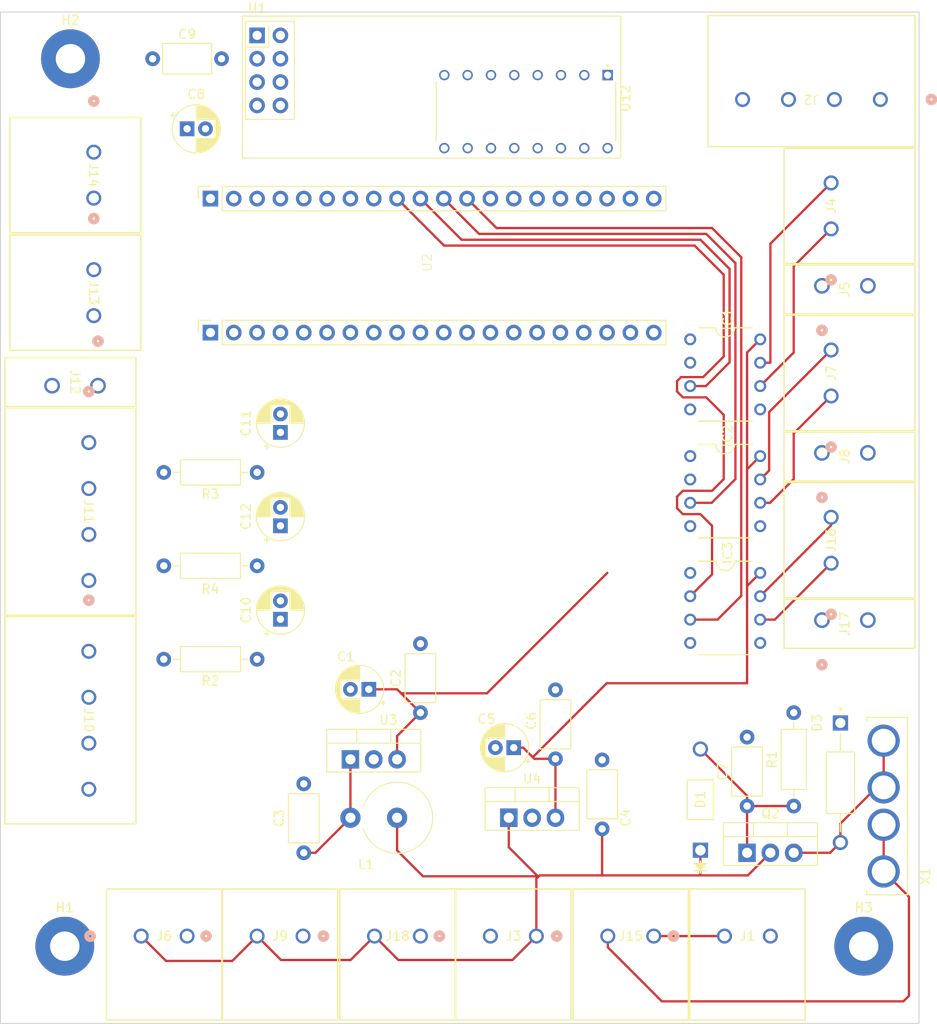
<source format=kicad_pcb>
(kicad_pcb (version 20221018) (generator pcbnew)
  (layers (0 "F.Cu" signal) (31 "B.Cu" signal) (34 "B.Paste" user) (35 "F.Paste" user) (36 "B.SilkS" user "B.Silkscreen") (37 "F.SilkS" user "F.Silkscreen") (38 "B.Mask" user) (39 "F.Mask" user) (44 "Edge.Cuts" user))
  (net 0 "")
  (net 1 "VCC")
  (net 2 "GND")
  (net 3 "Net-(U3-IN)")
  (net 4 "+24V")
  (net 5 "+5V")
  (net 6 "Net-(Q2-G)")
  (net 7 "Net-(Q2-S)")
  (net 8 "PA10")
  (net 9 "PA15")
  (net 10 "PB3")
  (net 11 "PB5")
  (net 12 "PB4")
  (net 13 "PA9")
  (net 14 "Net-(J10-Pad2)")
  (net 15 "Net-(J11-Pad1)")
  (net 16 "Net-(J11-Pad4)")
  (net 23 "DISK_PWM")
  (net 24 "WHEEL_LEFT_PWM")
  (net 25 "WHEEL_RIGHT_PWM")
  (net 26 "HAND_END_LEFT")
  (net 27 "HAND_END_RIGHT")
  (net 28 "OPT_END_WHEEL_LEFT")
  (net 29 "OPT_END_WHEEL_RIGHT")
  (net 30 "OPT_END_DISK")
  (net 31 "DISK_DIR")
  (net 32 "Net-(IC1-VOUT+)")
  (net 33 "Net-(IC1-VOUT-)")
  (net 34 "WHEEL_LEFT_DIR")
  (net 35 "Net-(IC2-VOUT+)")
  (net 36 "Net-(IC2-VOUT-)")
  (net 37 "WHEEL_RIGHT_DIR")
  (net 38 "Net-(IC3-VOUT+)")
  (net 39 "Net-(IC3-VOUT-)")
  (net 40 "Net-(J1-Pad1)")
  (net 41 "Net-(U12-E)")
  (net 42 "Net-(U12-F)")
  (net 43 "+3.3V")
  (net 44 "HAND_PWM")
  (net 45 "HAND_DIR")
  (net 52 "Net-(J15-Pad1)")
  (footprint "236-102:CONN_236-102_WAG" (layer "F.Cu") (at 27.94 100.5)
    (fp_text reference "J9" (at 2.5 0 unlocked) (layer "F.SilkS"))
    (fp_text value "236-102")
    (pad "1" thru_hole circle (at 0 0) (size 1.6256 1.6256) (drill 1.1176) (layers "*.Cu" "*.Mask") (net 4 "+24V"))
    (pad "2" thru_hole circle (at 5 0) (size 1.6256 1.6256) (drill 1.1176) (layers "*.Cu" "*.Mask") (net 2 "GND"))
  )
  (footprint "236-102:CONN_236-102_WAG" (layer "F.Cu") (at 90.430001 41.758301 90)
    (fp_text reference "J7" (at 2.5 0 90 unlocked) (layer "F.SilkS"))
    (fp_text value "236-102")
    (pad "1" thru_hole circle (at 0 0 90) (size 1.6256 1.6256) (drill 1.1176) (layers "*.Cu" "*.Mask") (net 36 "Net-(IC2-VOUT-)"))
    (pad "2" thru_hole circle (at 5 0 90) (size 1.6256 1.6256) (drill 1.1176) (layers "*.Cu" "*.Mask") (net 35 "Net-(IC2-VOUT+)"))
  )
  (footprint "HCPL-2531:DIL08" (layer "F.Cu") (at 78.9 64.81 -90)
    (fp_text reference "IC3" (at -5.982735 -0.254605 90) (layer "F.SilkS") (effects (font (size 1.002307 1.002307))))
    (fp_text value "HCPL-2531")
    (pad "1" thru_hole circle (at -3.81 3.81 270) (size 1.3 1.3) (drill 0.8128) (layers "*.Cu" "*.Mask") (net 1 "VCC"))
    (pad "2" thru_hole circle (at -1.27 3.81 270) (size 1.3 1.3) (drill 0.8128) (layers "*.Cu" "*.Mask") (net 25 "WHEEL_RIGHT_PWM"))
    (pad "3" thru_hole circle (at 1.27 3.81 270) (size 1.3 1.3) (drill 0.8128) (layers "*.Cu" "*.Mask") (net 37 "WHEEL_RIGHT_DIR"))
    (pad "4" thru_hole circle (at 3.81 3.81 270) (size 1.3 1.3) (drill 0.8128) (layers "*.Cu" "*.Mask") (net 2 "GND"))
    (pad "5" thru_hole circle (at 3.81 -3.81 270) (size 1.3 1.3) (drill 0.8128) (layers "*.Cu" "*.Mask") (net 2 "GND"))
    (pad "6" thru_hole circle (at 1.27 -3.81 270) (size 1.3 1.3) (drill 0.8128) (layers "*.Cu" "*.Mask") (net 39 "Net-(IC3-VOUT-)"))
    (pad "7" thru_hole circle (at -1.27 -3.81 270) (size 1.3 1.3) (drill 0.8128) (layers "*.Cu" "*.Mask") (net 38 "Net-(IC3-VOUT+)"))
    (pad "8" thru_hole circle (at -3.81 -3.81 270) (size 1.3 1.3) (drill 0.8128) (layers "*.Cu" "*.Mask") (net 5 "+5V"))
  )
  (footprint "BZX85C10-TAP:DO-41_VIS" (layer "F.Cu") (at 76.2 91.1606 90)
    (fp_text reference "D1" (at 5.4991 0 90 unlocked) (layer "F.SilkS"))
    (fp_text value "BZX85C10-TAP")
    (pad "1" thru_hole rect (at 0 0 90) (size 1.651 1.651) (drill 1.143) (layers "*.Cu" "*.Mask") (net 4 "+24V"))
    (pad "2" thru_hole circle (at 10.9982 0 90) (size 1.651 1.651) (drill 1.143) (layers "*.Cu" "*.Mask") (net 6 "Net-(Q2-G)"))
  )
  (footprint "236-102:CONN_236-102_WAG" (layer "F.Cu") (at 90.430001 59.948301 90)
    (fp_text reference "J16" (at 2.5 0 90 unlocked) (layer "F.SilkS"))
    (fp_text value "236-102")
    (pad "1" thru_hole circle (at 0 0 90) (size 1.6256 1.6256) (drill 1.1176) (layers "*.Cu" "*.Mask") (net 39 "Net-(IC3-VOUT-)"))
    (pad "2" thru_hole circle (at 5 0 90) (size 1.6256 1.6256) (drill 1.1176) (layers "*.Cu" "*.Mask") (net 38 "Net-(IC3-VOUT+)"))
  )
  (footprint "236-104:CONN_236-104_WAG" (layer "F.Cu") (at 9.62 46.823599 -90)
    (fp_text reference "J11" (at 7.5 0 -90 unlocked) (layer "F.SilkS"))
    (fp_text value "236-104")
    (pad "1" thru_hole circle (at 0 0 270) (size 1.6256 1.6256) (drill 1.1176) (layers "*.Cu" "*.Mask") (net 15 "Net-(J11-Pad1)"))
    (pad "2" thru_hole circle (at 5 0 270) (size 1.6256 1.6256) (drill 1.1176) (layers "*.Cu" "*.Mask") (net 2 "GND"))
    (pad "3" thru_hole circle (at 10 0 270) (size 1.6256 1.6256) (drill 1.1176) (layers "*.Cu" "*.Mask") (net 1 "VCC"))
    (pad "4" thru_hole circle (at 15.000001 0 270) (size 1.6256 1.6256) (drill 1.1176) (layers "*.Cu" "*.Mask") (net 16 "Net-(J11-Pad4)"))
  )
  (footprint "Package_TO_SOT_THT:TO-220-3_Vertical" (layer "F.Cu") (at 55.34 87.63)
    (fp_text reference "U4" (at 2.54 -4.27) (layer "F.SilkS"))
    (fp_text value "L7805")
    (pad "1" thru_hole rect (at 0 0) (size 1.905 2) (drill 1.1) (layers "*.Cu" "*.Mask") (net 4 "+24V"))
    (pad "2" thru_hole oval (at 2.54 0) (size 1.905 2) (drill 1.1) (layers "*.Cu" "*.Mask") (net 2 "GND"))
    (pad "3" thru_hole oval (at 5.08 0) (size 1.905 2) (drill 1.1) (layers "*.Cu" "*.Mask") (net 5 "+5V"))
  )
  (footprint "Capacitor_THT:C_Axial_L5.1mm_D3.1mm_P7.50mm_Horizontal" (layer "F.Cu") (at 60.42 81.22 90)
    (fp_text reference "C6" (at 4.12 -2.62 90) (layer "F.SilkS"))
    (fp_text value "100nF")
    (pad "1" thru_hole circle (at 0 0 90) (size 1.6 1.6) (drill 0.8) (layers "*.Cu" "*.Mask") (net 5 "+5V"))
    (pad "2" thru_hole oval (at 7.5 0 90) (size 1.6 1.6) (drill 0.8) (layers "*.Cu" "*.Mask") (net 2 "GND"))
  )
  (footprint "236-744:236-744_WAG" (layer "F.Cu") (at 89.43 66.1383 90)
    (fp_text reference "J17" (at -0.4 2.5 90 unlocked) (layer "F.SilkS"))
    (fp_text value "236-744")
    (pad "1" thru_hole circle (at -0.000001 0 90) (size 1.7018 1.7018) (drill 1.1938) (layers "*.Cu" "*.Mask") (net 2 "GND"))
    (pad "2" thru_hole circle (at -0.000001 5 90) (size 1.7018 1.7018) (drill 1.1938) (layers "*.Cu" "*.Mask") (net 2 "GND"))
  )
  (footprint "P6KE27CA:DIOAD1300W80L670D310" (layer "F.Cu") (at 91.44 83.82 -90)
    (fp_text reference "D3" (at -6.5 2.54 90) (layer "F.SilkS"))
    (fp_text value "P6KE27CA")
    (pad "A" thru_hole circle (at 6.5 0 270) (size 1.65 1.65) (drill 1.1) (layers "*.Cu" "*.Mask") (net 7 "Net-(Q2-S)"))
    (pad "C" thru_hole rect (at -6.5 0 270) (size 1.65 1.65) (drill 1.1) (layers "*.Cu" "*.Mask") (net 2 "GND"))
  )
  (footprint "Capacitor_THT:C_Axial_L5.1mm_D3.1mm_P7.50mm_Horizontal" (layer "F.Cu") (at 16.57 5.08)
    (fp_text reference "C9" (at 3.75 -2.67) (layer "F.SilkS"))
    (fp_text value "100nF")
    (pad "1" thru_hole circle (at 0 0) (size 1.6 1.6) (drill 0.8) (layers "*.Cu" "*.Mask") (net 43 "+3.3V"))
    (pad "2" thru_hole oval (at 7.5 0) (size 1.6 1.6) (drill 0.8) (layers "*.Cu" "*.Mask") (net 2 "GND"))
  )
  (footprint "Library:STM32F103C8T6_pinout" (layer "F.Cu") (at 46.46 27.245 90)
    (fp_text reference "U2" (at 0 0 90 unlocked) (layer "F.SilkS") (effects (font (thickness 0.1))))
    (fp_text value "STM32F103C8T6")
    (pad "1" thru_hole oval (at 6.955 24.66 90) (size 1.7 1.7) (drill 1) (layers "*.Cu" "*.Mask"))
    (pad "2" thru_hole oval (at 6.955 22.12 90) (size 1.7 1.7) (drill 1) (layers "*.Cu" "*.Mask"))
    (pad "3" thru_hole oval (at 6.955 19.58 90) (size 1.7 1.7) (drill 1) (layers "*.Cu" "*.Mask"))
    (pad "3v" thru_hole oval (at -7.62 24.66 90) (size 1.7 1.7) (drill 1) (layers "*.Cu" "*.Mask") (net 43 "+3.3V"))
    (pad "3v" thru_hole oval (at 6.955 -18.52 90) (size 1.7 1.7) (drill 1) (layers "*.Cu" "*.Mask") (net 43 "+3.3V"))
    (pad "4" thru_hole oval (at 6.955 17.04 90) (size 1.7 1.7) (drill 1) (layers "*.Cu" "*.Mask"))
    (pad "5v" thru_hole oval (at -7.62 19.58 90) (size 1.7 1.7) (drill 1) (layers "*.Cu" "*.Mask") (net 1 "VCC"))
    (pad "7" thru_hole oval (at 6.955 -15.98 90) (size 1.7 1.7) (drill 1) (layers "*.Cu" "*.Mask"))
    (pad "10" thru_hole oval (at 6.955 14.5 90) (size 1.7 1.7) (drill 1) (layers "*.Cu" "*.Mask"))
    (pad "11" thru_hole oval (at 6.955 11.96 90) (size 1.7 1.7) (drill 1) (layers "*.Cu" "*.Mask") (net 44 "HAND_PWM"))
    (pad "12" thru_hole oval (at 6.955 9.42 90) (size 1.7 1.7) (drill 1) (layers "*.Cu" "*.Mask") (net 45 "HAND_DIR"))
    (pad "13" thru_hole oval (at 6.955 6.88 90) (size 1.7 1.7) (drill 1) (layers "*.Cu" "*.Mask"))
    (pad "14" thru_hole oval (at 6.955 4.34 90) (size 1.7 1.7) (drill 1) (layers "*.Cu" "*.Mask") (net 37 "WHEEL_RIGHT_DIR"))
    (pad "15" thru_hole oval (at 6.955 1.8 90) (size 1.7 1.7) (drill 1) (layers "*.Cu" "*.Mask") (net 34 "WHEEL_LEFT_DIR"))
    (pad "16" thru_hole oval (at 6.955 -0.74 90) (size 1.7 1.7) (drill 1) (layers "*.Cu" "*.Mask") (net 31 "DISK_DIR"))
    (pad "17" thru_hole oval (at 6.955 -3.28 90) (size 1.7 1.7) (drill 1) (layers "*.Cu" "*.Mask") (net 25 "WHEEL_RIGHT_PWM"))
    (pad "18" thru_hole oval (at 6.955 -5.82 90) (size 1.7 1.7) (drill 1) (layers "*.Cu" "*.Mask") (net 24 "WHEEL_LEFT_PWM"))
    (pad "19" thru_hole oval (at 6.955 -8.36 90) (size 1.7 1.7) (drill 1) (layers "*.Cu" "*.Mask") (net 23 "DISK_PWM"))
    (pad "21" thru_hole oval (at 6.955 -10.9 90) (size 1.7 1.7) (drill 1) (layers "*.Cu" "*.Mask"))
    (pad "22" thru_hole oval (at 6.955 -13.44 90) (size 1.7 1.7) (drill 1) (layers "*.Cu" "*.Mask"))
    (pad "25" thru_hole rect (at -7.62 -23.6 90) (size 1.7 1.7) (drill 1) (layers "*.Cu" "*.Mask"))
    (pad "26" thru_hole oval (at -7.62 -21.06 90) (size 1.7 1.7) (drill 1) (layers "*.Cu" "*.Mask"))
    (pad "27" thru_hole oval (at -7.62 -18.52 90) (size 1.7 1.7) (drill 1) (layers "*.Cu" "*.Mask"))
    (pad "28" thru_hole oval (at -7.62 -15.98 90) (size 1.7 1.7) (drill 1) (layers "*.Cu" "*.Mask") (net 27 "HAND_END_RIGHT"))
    (pad "29" thru_hole oval (at -7.62 -13.44 90) (size 1.7 1.7) (drill 1) (layers "*.Cu" "*.Mask") (net 26 "HAND_END_LEFT"))
    (pad "30" thru_hole oval (at -7.62 -10.9 90) (size 1.7 1.7) (drill 1) (layers "*.Cu" "*.Mask") (net 13 "PA9"))
    (pad "31" thru_hole oval (at -7.62 -8.36 90) (size 1.7 1.7) (drill 1) (layers "*.Cu" "*.Mask") (net 8 "PA10"))
    (pad "32" thru_hole oval (at -7.62 -5.82 90) (size 1.7 1.7) (drill 1) (layers "*.Cu" "*.Mask"))
    (pad "33" thru_hole oval (at -7.62 -3.28 90) (size 1.7 1.7) (drill 1) (layers "*.Cu" "*.Mask"))
    (pad "38" thru_hole oval (at -7.62 -0.74 90) (size 1.7 1.7) (drill 1) (layers "*.Cu" "*.Mask") (net 9 "PA15"))
    (pad "39" thru_hole oval (at -7.62 1.8 90) (size 1.7 1.7) (drill 1) (layers "*.Cu" "*.Mask") (net 10 "PB3"))
    (pad "40" thru_hole oval (at -7.62 4.34 90) (size 1.7 1.7) (drill 1) (layers "*.Cu" "*.Mask") (net 12 "PB4"))
    (pad "41" thru_hole oval (at -7.62 6.88 90) (size 1.7 1.7) (drill 1) (layers "*.Cu" "*.Mask") (net 11 "PB5"))
    (pad "42" thru_hole oval (at -7.62 9.42 90) (size 1.7 1.7) (drill 1) (layers "*.Cu" "*.Mask"))
    (pad "43" thru_hole oval (at -7.62 11.96 90) (size 1.7 1.7) (drill 1) (layers "*.Cu" "*.Mask") (net 29 "OPT_END_WHEEL_RIGHT"))
    (pad "45" thru_hole oval (at -7.62 14.5 90) (size 1.7 1.7) (drill 1) (layers "*.Cu" "*.Mask") (net 28 "OPT_END_WHEEL_LEFT"))
    (pad "46" thru_hole oval (at -7.62 17.04 90) (size 1.7 1.7) (drill 1) (layers "*.Cu" "*.Mask") (net 30 "OPT_END_DISK"))
    (pad "G" thru_hole oval (at -7.62 22.12 90) (size 1.7 1.7) (drill 1) (layers "*.Cu" "*.Mask") (net 2 "GND"))
    (pad "G" thru_hole rect (at 6.955 -23.6 90) (size 1.7 1.7) (drill 1) (layers "*.Cu" "*.Mask") (net 2 "GND"))
    (pad "G" thru_hole oval (at 6.955 -21.06 90) (size 1.7 1.7) (drill 1) (layers "*.Cu" "*.Mask") (net 2 "GND"))
  )
  (footprint "Capacitor_THT:CP_Radial_D5.0mm_P2.00mm" (layer "F.Cu") (at 30.48 55.88 90)
    (fp_text reference "C12" (at 1 -3.75 90) (layer "F.SilkS"))
    (fp_text value "100uF")
    (pad "1" thru_hole rect (at 0 0 90) (size 1.6 1.6) (drill 0.8) (layers "*.Cu" "*.Mask") (net 28 "OPT_END_WHEEL_LEFT"))
    (pad "2" thru_hole circle (at 2 0 90) (size 1.6 1.6) (drill 0.8) (layers "*.Cu" "*.Mask") (net 2 "GND"))
  )
  (footprint "HCPL-2531:DIL08" (layer "F.Cu") (at 78.9 39.41 -90)
    (fp_text reference "IC1" (at -5.982735 -0.254605 90) (layer "F.SilkS") (effects (font (size 1.002307 1.002307))))
    (fp_text value "HCPL-2531")
    (pad "1" thru_hole circle (at -3.81 3.81 270) (size 1.3 1.3) (drill 0.8128) (layers "*.Cu" "*.Mask") (net 1 "VCC"))
    (pad "2" thru_hole circle (at -1.27 3.81 270) (size 1.3 1.3) (drill 0.8128) (layers "*.Cu" "*.Mask") (net 23 "DISK_PWM"))
    (pad "3" thru_hole circle (at 1.27 3.81 270) (size 1.3 1.3) (drill 0.8128) (layers "*.Cu" "*.Mask") (net 31 "DISK_DIR"))
    (pad "4" thru_hole circle (at 3.81 3.81 270) (size 1.3 1.3) (drill 0.8128) (layers "*.Cu" "*.Mask") (net 2 "GND"))
    (pad "5" thru_hole circle (at 3.81 -3.81 270) (size 1.3 1.3) (drill 0.8128) (layers "*.Cu" "*.Mask") (net 2 "GND"))
    (pad "6" thru_hole circle (at 1.27 -3.81 270) (size 1.3 1.3) (drill 0.8128) (layers "*.Cu" "*.Mask") (net 33 "Net-(IC1-VOUT-)"))
    (pad "7" thru_hole circle (at -1.27 -3.81 270) (size 1.3 1.3) (drill 0.8128) (layers "*.Cu" "*.Mask") (net 32 "Net-(IC1-VOUT+)"))
    (pad "8" thru_hole circle (at -3.81 -3.81 270) (size 1.3 1.3) (drill 0.8128) (layers "*.Cu" "*.Mask") (net 5 "+5V"))
  )
  (footprint "Capacitor_THT:C_Axial_L5.1mm_D3.1mm_P7.50mm_Horizontal" (layer "F.Cu") (at 65.5 88.84 90)
    (fp_text reference "C4" (at 1.21 2.54 90) (layer "F.SilkS"))
    (fp_text value "100nF")
    (pad "1" thru_hole circle (at 0 0 90) (size 1.6 1.6) (drill 0.8) (layers "*.Cu" "*.Mask") (net 4 "+24V"))
    (pad "2" thru_hole oval (at 7.5 0 90) (size 1.6 1.6) (drill 0.8) (layers "*.Cu" "*.Mask") (net 2 "GND"))
  )
  (footprint "236-104:CONN_236-104_WAG" (layer "F.Cu") (at 9.62 69.5255 -90)
    (fp_text reference "J10" (at 7.5 0 -90 unlocked) (layer "F.SilkS"))
    (fp_text value "236-104")
    (pad "1" thru_hole circle (at 0 0 270) (size 1.6256 1.6256) (drill 1.1176) (layers "*.Cu" "*.Mask") (net 1 "VCC"))
    (pad "2" thru_hole circle (at 5 0 270) (size 1.6256 1.6256) (drill 1.1176) (layers "*.Cu" "*.Mask") (net 14 "Net-(J10-Pad2)"))
    (pad "3" thru_hole circle (at 10 0 270) (size 1.6256 1.6256) (drill 1.1176) (layers "*.Cu" "*.Mask") (net 2 "GND"))
    (pad "4" thru_hole circle (at 15.000001 0 270) (size 1.6256 1.6256) (drill 1.1176) (layers "*.Cu" "*.Mask") (net 1 "VCC"))
  )
  (footprint "236-102:CONN_236-102_WAG" (layer "F.Cu") (at 15.32 100.5)
    (fp_text reference "J6" (at 2.5 0 unlocked) (layer "F.SilkS"))
    (fp_text value "236-102")
    (pad "1" thru_hole circle (at 0 0) (size 1.6256 1.6256) (drill 1.1176) (layers "*.Cu" "*.Mask") (net 4 "+24V"))
    (pad "2" thru_hole circle (at 5 0) (size 1.6256 1.6256) (drill 1.1176) (layers "*.Cu" "*.Mask") (net 2 "GND"))
  )
  (footprint "236-104:CONN_236-104_WAG" (layer "F.Cu") (at 95.79 9.51 180)
    (fp_text reference "J2" (at 7.5 0 180 unlocked) (layer "F.SilkS"))
    (fp_text value "236-104")
    (pad "1" thru_hole circle (at 0 0 180) (size 1.6256 1.6256) (drill 1.1176) (layers "*.Cu" "*.Mask") (net 41 "Net-(U12-E)"))
    (pad "2" thru_hole circle (at 5 0 180) (size 1.6256 1.6256) (drill 1.1176) (layers "*.Cu" "*.Mask") (net 2 "GND"))
    (pad "3" thru_hole circle (at 10 0 180) (size 1.6256 1.6256) (drill 1.1176) (layers "*.Cu" "*.Mask") (net 42 "Net-(U12-F)"))
    (pad "4" thru_hole circle (at 15.000001 0 180) (size 1.6256 1.6256) (drill 1.1176) (layers "*.Cu" "*.Mask") (net 2 "GND"))
  )
  (footprint "236-102:CONN_236-102_WAG" (layer "F.Cu") (at 10.16 15.24 -90)
    (fp_text reference "J14" (at 2.5 0 -90 unlocked) (layer "F.SilkS"))
    (fp_text value "236-102")
    (pad "1" thru_hole circle (at 0 0 270) (size 1.6256 1.6256) (drill 1.1176) (layers "*.Cu" "*.Mask") (net 27 "HAND_END_RIGHT"))
    (pad "2" thru_hole circle (at 5 0 270) (size 1.6256 1.6256) (drill 1.1176) (layers "*.Cu" "*.Mask") (net 2 "GND"))
  )
  (footprint "MountingHole:MountingHole_3.2mm_M3_Pad" (layer "F.Cu") (at 7.62 5.08)
    (fp_text reference "H2" (at 0 -4.2) (layer "F.SilkS"))
    (fp_text value "MountingHole_Pad")
    (pad "1" thru_hole circle (at 0 0) (size 6.4 6.4) (drill 3.2) (layers "*.Cu" "*.Mask") (net 2 "GND"))
  )
  (footprint "Capacitor_THT:C_Axial_L5.1mm_D3.1mm_P7.50mm_Horizontal" (layer "F.Cu") (at 45.72 76.2 90)
    (fp_text reference "C2" (at 3.75 -2.67 90) (layer "F.SilkS"))
    (fp_text value "100nF")
    (pad "1" thru_hole circle (at 0 0 90) (size 1.6 1.6) (drill 0.8) (layers "*.Cu" "*.Mask") (net 1 "VCC"))
    (pad "2" thru_hole oval (at 7.5 0 90) (size 1.6 1.6) (drill 0.8) (layers "*.Cu" "*.Mask") (net 2 "GND"))
  )
  (footprint "Inductor_THT:L_Axial_L16.0mm_D7.5mm_P5.08mm_Vertical_Fastron_XHBCC" (layer "F.Cu") (at 43.18 87.63 180)
    (fp_text reference "L1" (at 3.38 -5.07) (layer "F.SilkS"))
    (fp_text value "2.2uH")
    (pad "1" thru_hole circle (at 0 0 180) (size 2.2 2.2) (drill 1.1) (layers "*.Cu" "*.Mask") (net 4 "+24V"))
    (pad "2" thru_hole oval (at 5.08 0 180) (size 2.2 2.2) (drill 1.1) (layers "*.Cu" "*.Mask") (net 3 "Net-(U3-IN)"))
  )
  (footprint "Package_TO_SOT_THT:TO-220-3_Vertical" (layer "F.Cu") (at 38.1 81.28)
    (fp_text reference "U3" (at 4.14 -4.29) (layer "F.SilkS"))
    (fp_text value "L7805")
    (pad "1" thru_hole rect (at 0 0) (size 1.905 2) (drill 1.1) (layers "*.Cu" "*.Mask") (net 3 "Net-(U3-IN)"))
    (pad "2" thru_hole oval (at 2.54 0) (size 1.905 2) (drill 1.1) (layers "*.Cu" "*.Mask") (net 2 "GND"))
    (pad "3" thru_hole oval (at 5.08 0) (size 1.905 2) (drill 1.1) (layers "*.Cu" "*.Mask") (net 1 "VCC"))
  )
  (footprint "Resistor_THT:R_Axial_DIN0207_L6.3mm_D2.5mm_P10.16mm_Horizontal" (layer "F.Cu") (at 27.94 50.07 180)
    (fp_text reference "R3" (at 5.08 -2.37) (layer "F.SilkS"))
    (fp_text value "6.8МR")
    (pad "1" thru_hole circle (at 0 0 180) (size 1.6 1.6) (drill 0.8) (layers "*.Cu" "*.Mask") (net 29 "OPT_END_WHEEL_RIGHT"))
    (pad "2" thru_hole oval (at 10.16 0 180) (size 1.6 1.6) (drill 0.8) (layers "*.Cu" "*.Mask") (net 15 "Net-(J11-Pad1)"))
  )
  (footprint "236-102:CONN_236-102_WAG" (layer "F.Cu") (at 78.82 100.5)
    (fp_text reference "J1" (at 2.5 0 unlocked) (layer "F.SilkS"))
    (fp_text value "236-102")
    (pad "1" thru_hole circle (at 0 0) (size 1.6256 1.6256) (drill 1.1176) (layers "*.Cu" "*.Mask") (net 40 "Net-(J1-Pad1)"))
    (pad "2" thru_hole circle (at 5 0) (size 1.6256 1.6256) (drill 1.1176) (layers "*.Cu" "*.Mask") (net 2 "GND"))
  )
  (footprint "Capacitor_THT:C_Axial_L5.1mm_D3.1mm_P7.50mm_Horizontal" (layer "F.Cu") (at 33.02 91.44 90)
    (fp_text reference "C3" (at 3.75 -2.67 90) (layer "F.SilkS"))
    (fp_text value "100nF")
    (pad "1" thru_hole circle (at 0 0 90) (size 1.6 1.6) (drill 0.8) (layers "*.Cu" "*.Mask") (net 3 "Net-(U3-IN)"))
    (pad "2" thru_hole oval (at 7.5 0 90) (size 1.6 1.6) (drill 0.8) (layers "*.Cu" "*.Mask") (net 2 "GND"))
  )
  (footprint "236-744:236-744_WAG" (layer "F.Cu") (at 89.43 47.9483 90)
    (fp_text reference "J8" (at -0.4 2.5 90 unlocked) (layer "F.SilkS"))
    (fp_text value "236-744")
    (pad "1" thru_hole circle (at -0.000001 0 90) (size 1.7018 1.7018) (drill 1.1938) (layers "*.Cu" "*.Mask") (net 2 "GND"))
    (pad "2" thru_hole circle (at -0.000001 5 90) (size 1.7018 1.7018) (drill 1.1938) (layers "*.Cu" "*.Mask") (net 2 "GND"))
  )
  (footprint "236-102:CONN_236-102_WAG" (layer "F.Cu") (at 53.34 100.5)
    (fp_text reference "J3" (at 2.5 0 unlocked) (layer "F.SilkS"))
    (fp_text value "236-102")
    (pad "1" thru_hole circle (at 0 0) (size 1.6256 1.6256) (drill 1.1176) (layers "*.Cu" "*.Mask") (net 2 "GND"))
    (pad "2" thru_hole circle (at 5 0) (size 1.6256 1.6256) (drill 1.1176) (layers "*.Cu" "*.Mask") (net 4 "+24V"))
  )
  (footprint "Capacitor_THT:CP_Radial_D5.0mm_P2.00mm" (layer "F.Cu") (at 40.1 73.66 180)
    (fp_text reference "C1" (at 2.5 3.56) (layer "F.SilkS"))
    (fp_text value "100uF")
    (pad "1" thru_hole rect (at 0 0 180) (size 1.6 1.6) (drill 0.8) (layers "*.Cu" "*.Mask") (net 1 "VCC"))
    (pad "2" thru_hole circle (at 2 0 180) (size 1.6 1.6) (drill 0.8) (layers "*.Cu" "*.Mask") (net 2 "GND"))
  )
  (footprint "MountingHole:MountingHole_3.2mm_M3_Pad" (layer "F.Cu") (at 7 101.6)
    (fp_text reference "H1" (at 0 -4.2) (layer "F.SilkS"))
    (fp_text value "MountingHole_Pad")
    (pad "1" thru_hole circle (at 0 0) (size 6.4 6.4) (drill 3.2) (layers "*.Cu" "*.Mask") (net 2 "GND"))
  )
  (footprint "236-102:CONN_236-102_WAG" (layer "F.Cu") (at 66.12 100.5)
    (fp_text reference "J15" (at 2.5 0 unlocked) (layer "F.SilkS"))
    (fp_text value "236-102")
    (pad "1" thru_hole circle (at 0 0) (size 1.6256 1.6256) (drill 1.1176) (layers "*.Cu" "*.Mask") (net 52 "Net-(J15-Pad1)"))
    (pad "2" thru_hole circle (at 5 0) (size 1.6256 1.6256) (drill 1.1176) (layers "*.Cu" "*.Mask") (net 40 "Net-(J1-Pad1)"))
  )
  (footprint "Capacitor_THT:CP_Radial_D5.0mm_P2.00mm" (layer "F.Cu") (at 30.48 45.72 90)
    (fp_text reference "C11" (at 1 -3.75 90) (layer "F.SilkS"))
    (fp_text value "100uF")
    (pad "1" thru_hole rect (at 0 0 90) (size 1.6 1.6) (drill 0.8) (layers "*.Cu" "*.Mask") (net 29 "OPT_END_WHEEL_RIGHT"))
    (pad "2" thru_hole circle (at 2 0 90) (size 1.6 1.6) (drill 0.8) (layers "*.Cu" "*.Mask") (net 2 "GND"))
  )
  (footprint "Resistor_THT:R_Axial_DIN0207_L6.3mm_D2.5mm_P10.16mm_Horizontal" (layer "F.Cu") (at 86.36 86.36 90)
    (fp_text reference "R1" (at 5.08 -2.37 90) (layer "F.SilkS"))
    (fp_text value "8.2kR")
    (pad "1" thru_hole circle (at 0 0 90) (size 1.6 1.6) (drill 0.8) (layers "*.Cu" "*.Mask") (net 6 "Net-(Q2-G)"))
    (pad "2" thru_hole oval (at 10.16 0 90) (size 1.6 1.6) (drill 0.8) (layers "*.Cu" "*.Mask") (net 2 "GND"))
  )
  (footprint "Package_TO_SOT_THT:TO-220-3_Vertical" (layer "F.Cu") (at 81.28 91.44)
    (fp_text reference "Q2" (at 2.54 -4.27) (layer "F.SilkS"))
    (fp_text value "IRF5305PbF")
    (pad "1" thru_hole rect (at 0 0) (size 1.905 2) (drill 1.1) (layers "*.Cu" "*.Mask") (net 6 "Net-(Q2-G)"))
    (pad "2" thru_hole oval (at 2.54 0) (size 1.905 2) (drill 1.1) (layers "*.Cu" "*.Mask") (net 4 "+24V"))
    (pad "3" thru_hole oval (at 5.08 0) (size 1.905 2) (drill 1.1) (layers "*.Cu" "*.Mask") (net 7 "Net-(Q2-S)"))
  )
  (footprint "236-102:CONN_236-102_WAG" (layer "F.Cu") (at 90.430001 23.585101 90)
    (fp_text reference "J4" (at 2.5 0 90 unlocked) (layer "F.SilkS"))
    (fp_text value "236-102")
    (pad "1" thru_hole circle (at 0 0 90) (size 1.6256 1.6256) (drill 1.1176) (layers "*.Cu" "*.Mask") (net 33 "Net-(IC1-VOUT-)"))
    (pad "2" thru_hole circle (at 5 0 90) (size 1.6256 1.6256) (drill 1.1176) (layers "*.Cu" "*.Mask") (net 32 "Net-(IC1-VOUT+)"))
  )
  (footprint "Capacitor_THT:CP_Radial_D5.0mm_P2.00mm" (layer "F.Cu") (at 55.88 80.01 180)
    (fp_text reference "C5" (at 2.98 3.11) (layer "F.SilkS"))
    (fp_text value "100uF")
    (pad "1" thru_hole rect (at 0 0 180) (size 1.6 1.6) (drill 0.8) (layers "*.Cu" "*.Mask") (net 5 "+5V"))
    (pad "2" thru_hole circle (at 2 0 180) (size 1.6 1.6) (drill 0.8) (layers "*.Cu" "*.Mask") (net 2 "GND"))
  )
  (footprint "Capacitor_THT:CP_Radial_D5.0mm_P2.00mm" (layer "F.Cu") (at 20.32 12.7)
    (fp_text reference "C8" (at 1 -3.75) (layer "F.SilkS"))
    (fp_text value "100uF")
    (pad "1" thru_hole rect (at 0 0) (size 1.6 1.6) (drill 0.8) (layers "*.Cu" "*.Mask") (net 43 "+3.3V"))
    (pad "2" thru_hole circle (at 2 0) (size 1.6 1.6) (drill 0.8) (layers "*.Cu" "*.Mask") (net 2 "GND"))
  )
  (footprint "MountingHole:MountingHole_3.2mm_M3_Pad" (layer "F.Cu") (at 93.98 101.6)
    (fp_text reference "H3" (at 0 -4.2) (layer "F.SilkS"))
    (fp_text value "MountingHole_Pad")
    (pad "1" thru_hole circle (at 0 0) (size 6.4 6.4) (drill 3.2) (layers "*.Cu" "*.Mask") (net 2 "GND"))
  )
  (footprint "Capacitor_THT:C_Axial_L5.1mm_D3.1mm_P7.50mm_Horizontal" (layer "F.Cu") (at 81.28 86.36 90)
    (fp_text reference "C7" (at 3.75 -2.67 90) (layer "F.SilkS"))
    (fp_text value "100nF")
    (pad "1" thru_hole circle (at 0 0 90) (size 1.6 1.6) (drill 0.8) (layers "*.Cu" "*.Mask") (net 6 "Net-(Q2-G)"))
    (pad "2" thru_hole oval (at 7.5 0 90) (size 1.6 1.6) (drill 0.8) (layers "*.Cu" "*.Mask") (net 2 "GND"))
  )
  (footprint "236-744:236-744_WAG" (layer "F.Cu") (at 10.620001 40.64 -90)
    (fp_text reference "J12" (at -0.4 2.5 -90 unlocked) (layer "F.SilkS"))
    (fp_text value "236-744")
    (pad "1" thru_hole circle (at -0.000001 0 270) (size 1.7018 1.7018) (drill 1.1938) (layers "*.Cu" "*.Mask") (net 2 "GND"))
    (pad "2" thru_hole circle (at -0.000001 5 270) (size 1.7018 1.7018) (drill 1.1938) (layers "*.Cu" "*.Mask") (net 2 "GND"))
  )
  (footprint "3522-2:FUSE_3522-2" (layer "F.Cu") (at 96.52 86.36 90)
    (fp_text reference "X1" (at -7.62 4.18 90) (layer "F.SilkS"))
    (fp_text value "3522-2")
    (pad "1A" thru_hole circle (at -7.11 -0.37 90) (size 3.5 3.5) (drill 2.59) (layers "*.Cu" "*.Mask") (net 52 "Net-(J15-Pad1)"))
    (pad "1B" thru_hole circle (at -2.03 -0.37 90) (size 3.5 3.5) (drill 2.59) (layers "*.Cu" "*.Mask") (net 52 "Net-(J15-Pad1)"))
    (pad "2A" thru_hole circle (at 2.03 -0.37 90) (size 3.5 3.5) (drill 2.59) (layers "*.Cu" "*.Mask") (net 7 "Net-(Q2-S)"))
    (pad "2B" thru_hole circle (at 7.11 -0.37 90) (size 3.5 3.5) (drill 2.59) (layers "*.Cu" "*.Mask") (net 7 "Net-(Q2-S)"))
  )
  (footprint "CD40109BE:DIP794W45P254L1969H508Q16" (layer "F.Cu") (at 57.21 10.83 -90)
    (fp_text reference "U12" (at -1.425 -10.835 -270) (layer "F.SilkS"))
    (fp_text value "CD40109BE")
    (pad "1" thru_hole rect (at -3.97 -8.89 270) (size 1.13 1.13) (drill 0.78) (layers "*.Cu" "*.Mask") (net 43 "+3.3V"))
    (pad "2" thru_hole circle (at -3.97 -6.35 270) (size 1.13 1.13) (drill 0.78) (layers "*.Cu" "*.Mask") (net 43 "+3.3V"))
    (pad "3" thru_hole circle (at -3.97 -3.81 270) (size 1.13 1.13) (drill 0.78) (layers "*.Cu" "*.Mask") (net 44 "HAND_PWM"))
    (pad "4" thru_hole circle (at -3.97 -1.27 270) (size 1.13 1.13) (drill 0.78) (layers "*.Cu" "*.Mask") (net 41 "Net-(U12-E)"))
    (pad "5" thru_hole circle (at -3.97 1.27 270) (size 1.13 1.13) (drill 0.78) (layers "*.Cu" "*.Mask") (net 42 "Net-(U12-F)"))
    (pad "6" thru_hole circle (at -3.97 3.81 270) (size 1.13 1.13) (drill 0.78) (layers "*.Cu" "*.Mask") (net 45 "HAND_DIR"))
    (pad "7" thru_hole circle (at -3.97 6.35 270) (size 1.13 1.13) (drill 0.78) (layers "*.Cu" "*.Mask") (net 43 "+3.3V"))
    (pad "8" thru_hole circle (at -3.97 8.89 270) (size 1.13 1.13) (drill 0.78) (layers "*.Cu" "*.Mask") (net 2 "GND"))
    (pad "9" thru_hole circle (at 3.97 8.89 270) (size 1.13 1.13) (drill 0.78) (layers "*.Cu" "*.Mask"))
    (pad "10" thru_hole circle (at 3.97 6.35 270) (size 1.13 1.13) (drill 0.78) (layers "*.Cu" "*.Mask"))
    (pad "11" thru_hole circle (at 3.97 3.81 270) (size 1.13 1.13) (drill 0.78) (layers "*.Cu" "*.Mask"))
    (pad "12" thru_hole circle (at 3.97 1.27 270) (size 1.13 1.13) (drill 0.78) (layers "*.Cu" "*.Mask"))
    (pad "13" thru_hole circle (at 3.97 -1.27 270) (size 1.13 1.13) (drill 0.78) (layers "*.Cu" "*.Mask"))
    (pad "14" thru_hole circle (at 3.97 -3.81 270) (size 1.13 1.13) (drill 0.78) (layers "*.Cu" "*.Mask"))
    (pad "15" thru_hole circle (at 3.97 -6.35 270) (size 1.13 1.13) (drill 0.78) (layers "*.Cu" "*.Mask"))
    (pad "16" thru_hole circle (at 3.97 -8.89 270) (size 1.13 1.13) (drill 0.78) (layers "*.Cu" "*.Mask") (net 5 "+5V"))
  )
  (footprint "236-744:236-744_WAG" (layer "F.Cu") (at 89.43 29.7783 90)
    (fp_text reference "J5" (at -0.4 2.5 90 unlocked) (layer "F.SilkS"))
    (fp_text value "236-744")
    (pad "1" thru_hole circle (at -0.000001 0 90) (size 1.7018 1.7018) (drill 1.1938) (layers "*.Cu" "*.Mask") (net 2 "GND"))
    (pad "2" thru_hole circle (at -0.000001 5 90) (size 1.7018 1.7018) (drill 1.1938) (layers "*.Cu" "*.Mask") (net 2 "GND"))
  )
  (footprint "236-102:CONN_236-102_WAG" (layer "F.Cu") (at 10.16 28.02 -90)
    (fp_text reference "J13" (at 2.5 0 -90 unlocked) (layer "F.SilkS"))
    (fp_text value "236-102")
    (pad "1" thru_hole circle (at 0 0 270) (size 1.6256 1.6256) (drill 1.1176) (layers "*.Cu" "*.Mask") (net 26 "HAND_END_LEFT"))
    (pad "2" thru_hole circle (at 5 0 270) (size 1.6256 1.6256) (drill 1.1176) (layers "*.Cu" "*.Mask") (net 2 "GND"))
  )
  (footprint "HCPL-2531:DIL08" (layer "F.Cu") (at 78.9 52.11 -90)
    (fp_text reference "IC2" (at -5.982735 -0.254605 90) (layer "F.SilkS") (effects (font (size 1.002307 1.002307))))
    (fp_text value "HCPL-2531")
    (pad "1" thru_hole circle (at -3.81 3.81 270) (size 1.3 1.3) (drill 0.8128) (layers "*.Cu" "*.Mask") (net 1 "VCC"))
    (pad "2" thru_hole circle (at -1.27 3.81 270) (size 1.3 1.3) (drill 0.8128) (layers "*.Cu" "*.Mask") (net 24 "WHEEL_LEFT_PWM"))
    (pad "3" thru_hole circle (at 1.27 3.81 270) (size 1.3 1.3) (drill 0.8128) (layers "*.Cu" "*.Mask") (net 34 "WHEEL_LEFT_DIR"))
    (pad "4" thru_hole circle (at 3.81 3.81 270) (size 1.3 1.3) (drill 0.8128) (layers "*.Cu" "*.Mask") (net 2 "GND"))
    (pad "5" thru_hole circle (at 3.81 -3.81 270) (size 1.3 1.3) (drill 0.8128) (layers "*.Cu" "*.Mask") (net 2 "GND"))
    (pad "6" thru_hole circle (at 1.27 -3.81 270) (size 1.3 1.3) (drill 0.8128) (layers "*.Cu" "*.Mask") (net 36 "Net-(IC2-VOUT-)"))
    (pad "7" thru_hole circle (at -1.27 -3.81 270) (size 1.3 1.3) (drill 0.8128) (layers "*.Cu" "*.Mask") (net 35 "Net-(IC2-VOUT+)"))
    (pad "8" thru_hole circle (at -3.81 -3.81 270) (size 1.3 1.3) (drill 0.8128) (layers "*.Cu" "*.Mask") (net 5 "+5V"))
  )
  (footprint "236-102:CONN_236-102_WAG" (layer "F.Cu") (at 40.72 100.5)
    (fp_text reference "J18" (at 2.5 0 unlocked) (layer "F.SilkS"))
    (fp_text value "236-102")
    (pad "1" thru_hole circle (at 0 0) (size 1.6256 1.6256) (drill 1.1176) (layers "*.Cu" "*.Mask") (net 4 "+24V"))
    (pad "2" thru_hole circle (at 5 0) (size 1.6256 1.6256) (drill 1.1176) (layers "*.Cu" "*.Mask") (net 2 "GND"))
  )
  (footprint "Resistor_THT:R_Axial_DIN0207_L6.3mm_D2.5mm_P10.16mm_Horizontal" (layer "F.Cu") (at 27.94 70.39 180)
    (fp_text reference "R2" (at 5.08 -2.37) (layer "F.SilkS"))
    (fp_text value "6.8МR")
    (pad "1" thru_hole circle (at 0 0 180) (size 1.6 1.6) (drill 0.8) (layers "*.Cu" "*.Mask") (net 30 "OPT_END_DISK"))
    (pad "2" thru_hole oval (at 10.16 0 180) (size 1.6 1.6) (drill 0.8) (layers "*.Cu" "*.Mask") (net 14 "Net-(J10-Pad2)"))
  )
  (footprint "Capacitor_THT:CP_Radial_D5.0mm_P2.00mm" (layer "F.Cu") (at 30.48 66.04 90)
    (fp_text reference "C10" (at 1 -3.75 90) (layer "F.SilkS"))
    (fp_text value "100uF")
    (pad "1" thru_hole rect (at 0 0 90) (size 1.6 1.6) (drill 0.8) (layers "*.Cu" "*.Mask") (net 30 "OPT_END_DISK"))
    (pad "2" thru_hole circle (at 2 0 90) (size 1.6 1.6) (drill 0.8) (layers "*.Cu" "*.Mask") (net 2 "GND"))
  )
  (footprint "RF_Module:nRF24L01_Breakout" (layer "F.Cu") (at 27.94 2.54)
    (fp_text reference "U1" (at 0 -3) (layer "F.SilkS"))
    (fp_text value "NRF24L01_Breakout")
    (pad "1" thru_hole rect (at 0 0) (size 1.7 1.7) (drill 1) (layers "*.Cu" "*.Mask") (net 2 "GND"))
    (pad "2" thru_hole circle (at 2.54 0) (size 1.7 1.7) (drill 1) (layers "*.Cu" "*.Mask") (net 43 "+3.3V"))
    (pad "3" thru_hole circle (at 0 2.54) (size 1.7 1.7) (drill 1) (layers "*.Cu" "*.Mask") (net 8 "PA10"))
    (pad "4" thru_hole circle (at 2.54 2.54) (size 1.7 1.7) (drill 1) (layers "*.Cu" "*.Mask") (net 9 "PA15"))
    (pad "5" thru_hole circle (at 0 5.08) (size 1.7 1.7) (drill 1) (layers "*.Cu" "*.Mask") (net 10 "PB3"))
    (pad "6" thru_hole circle (at 2.54 5.08) (size 1.7 1.7) (drill 1) (layers "*.Cu" "*.Mask") (net 11 "PB5"))
    (pad "7" thru_hole circle (at 0 7.62) (size 1.7 1.7) (drill 1) (layers "*.Cu" "*.Mask") (net 12 "PB4"))
    (pad "8" thru_hole circle (at 2.54 7.62) (size 1.7 1.7) (drill 1) (layers "*.Cu" "*.Mask") (net 13 "PA9"))
  )
  (footprint "Resistor_THT:R_Axial_DIN0207_L6.3mm_D2.5mm_P10.16mm_Horizontal" (layer "F.Cu") (at 27.94 60.23 180)
    (fp_text reference "R4" (at 5.08 -2.54) (layer "F.SilkS"))
    (fp_text value "6.8МR")
    (pad "1" thru_hole circle (at 0 0 180) (size 1.6 1.6) (drill 0.8) (layers "*.Cu" "*.Mask") (net 28 "OPT_END_WHEEL_LEFT"))
    (pad "2" thru_hole oval (at 10.16 0 180) (size 1.6 1.6) (drill 0.8) (layers "*.Cu" "*.Mask") (net 16 "Net-(J11-Pad4)"))
  )
  (gr_rect (start 0 0) (end 100 110) (stroke (width 0.1)) (fill none) (layer "Edge.Cuts"))
  (segment (start 43.18 73.66) (end 40.1 73.66) (width 0.25) (layer "F.Cu") (net 1))
  (segment (start 43.615 74.095) (end 52.965 74.095) (width 0.25) (layer "F.Cu") (net 1))
  (segment (start 43.18 78.74) (end 45.72 76.2) (width 0.25) (layer "F.Cu") (net 1))
  (segment (start 52.965 74.095) (end 66.06 61) (width 0.25) (layer "F.Cu") (net 1))
  (segment (start 43.615 74.095) (end 43.18 73.66) (width 0.25) (layer "F.Cu") (net 1))
  (segment (start 43.18 81.28) (end 43.18 78.74) (width 0.25) (layer "F.Cu") (net 1))
  (segment (start 45.72 76.2) (end 43.615 74.095) (width 0.25) (layer "F.Cu") (net 1))
  (segment (start 34.29 91.44) (end 33.02 91.44) (width 0.25) (layer "F.Cu") (net 3))
  (segment (start 38.1 87.63) (end 34.29 91.44) (width 0.25) (layer "F.Cu") (net 3))
  (segment (start 38.1 87.63) (end 38.1 81.28) (width 0.25) (layer "F.Cu") (net 3))
  (segment (start 43.18 87.63) (end 43.18 91.18) (width 0.25) (layer "F.Cu") (net 4))
  (segment (start 18.02 103.2) (end 15.32 100.5) (width 0.25) (layer "F.Cu") (net 4))
  (segment (start 55.74 103.1) (end 43.32 103.1) (width 0.25) (layer "F.Cu") (net 4))
  (segment (start 65.6 93.9) (end 76.2 93.9) (width 0.25) (layer "F.Cu") (net 4))
  (segment (start 58.34 94.26) (end 58.34 100.5) (width 0.25) (layer "F.Cu") (net 4))
  (segment (start 65.6 93.9) (end 58.7 93.9) (width 0.25) (layer "F.Cu") (net 4))
  (segment (start 55.34 90.84) (end 55.34 87.63) (width 0.25) (layer "F.Cu") (net 4))
  (segment (start 40.72 100.5) (end 38.12 103.1) (width 0.25) (layer "F.Cu") (net 4))
  (segment (start 43.18 91.18) (end 46 94) (width 0.25) (layer "F.Cu") (net 4))
  (segment (start 81.36 93.9) (end 83.82 91.44) (width 0.25) (layer "F.Cu") (net 4))
  (segment (start 30.54 103.1) (end 27.94 100.5) (width 0.25) (layer "F.Cu") (net 4))
  (segment (start 65.5 88.84) (end 65.5 93.8) (width 0.25) (layer "F.Cu") (net 4))
  (segment (start 65.5 93.8) (end 65.6 93.9) (width 0.25) (layer "F.Cu") (net 4))
  (segment (start 25.24 103.2) (end 18.02 103.2) (width 0.25) (layer "F.Cu") (net 4))
  (segment (start 58.55 94.05) (end 58.45 94.15) (width 0.25) (layer "F.Cu") (net 4))
  (segment (start 43.32 103.1) (end 40.72 100.5) (width 0.25) (layer "F.Cu") (net 4))
  (segment (start 58.45 94.15) (end 58.34 94.26) (width 0.25) (layer "F.Cu") (net 4))
  (segment (start 58.55 94.05) (end 55.34 90.84) (width 0.25) (layer "F.Cu") (net 4))
  (segment (start 58.3 94) (end 58.45 94.15) (width 0.25) (layer "F.Cu") (net 4))
  (segment (start 27.94 100.5) (end 25.24 103.2) (width 0.25) (layer "F.Cu") (net 4))
  (segment (start 76.2 91.1606) (end 76.2 93.9) (width 0.25) (layer "F.Cu") (net 4))
  (segment (start 58.7 93.9) (end 58.55 94.05) (width 0.25) (layer "F.Cu") (net 4))
  (segment (start 58.34 100.5) (end 55.74 103.1) (width 0.25) (layer "F.Cu") (net 4))
  (segment (start 76.2 93.9) (end 81.36 93.9) (width 0.25) (layer "F.Cu") (net 4))
  (segment (start 38.12 103.1) (end 30.54 103.1) (width 0.25) (layer "F.Cu") (net 4))
  (segment (start 46 94) (end 58.3 94) (width 0.25) (layer "F.Cu") (net 4))
  (segment (start 81.28 49.73) (end 82.71 48.3) (width 0.25) (layer "F.Cu") (net 5))
  (segment (start 58.12 81.22) (end 60.42 81.22) (width 0.25) (layer "F.Cu") (net 5))
  (segment (start 81.28 49.73) (end 81.28 37.03) (width 0.25) (layer "F.Cu") (net 5))
  (segment (start 81.28 62.43) (end 81.28 49.73) (width 0.25) (layer "F.Cu") (net 5))
  (segment (start 81.28 37.03) (end 82.71 35.6) (width 0.25) (layer "F.Cu") (net 5))
  (segment (start 57.95 81.05) (end 58.12 81.22) (width 0.25) (layer "F.Cu") (net 5))
  (segment (start 66 73) (end 81.28 73) (width 0.25) (layer "F.Cu") (net 5))
  (segment (start 56.91 80.01) (end 57.95 81.05) (width 0.25) (layer "F.Cu") (net 5))
  (segment (start 81.28 73) (end 81.28 62.43) (width 0.25) (layer "F.Cu") (net 5))
  (segment (start 81.28 62.43) (end 82.71 61) (width 0.25) (layer "F.Cu") (net 5))
  (segment (start 55.88 80.01) (end 56.91 80.01) (width 0.25) (layer "F.Cu") (net 5))
  (segment (start 60.42 87.63) (end 60.42 81.22) (width 0.25) (layer "F.Cu") (net 5))
  (segment (start 57.95 81.05) (end 66 73) (width 0.25) (layer "F.Cu") (net 5))
  (segment (start 81.28 85.2424) (end 81.28 86.36) (width 0.25) (layer "F.Cu") (net 6))
  (segment (start 86.36 86.36) (end 81.28 86.36) (width 0.25) (layer "F.Cu") (net 6))
  (segment (start 76.2 80.1624) (end 81.28 85.2424) (width 0.25) (layer "F.Cu") (net 6))
  (segment (start 81.28 91.44) (end 81.28 86.36) (width 0.25) (layer "F.Cu") (net 6))
  (segment (start 91.44 88.262753) (end 91.44 90.32) (width 0.25) (layer "F.Cu") (net 7))
  (segment (start 90.32 91.44) (end 86.36 91.44) (width 0.25) (layer "F.Cu") (net 7))
  (segment (start 95.372753 84.33) (end 91.44 88.262753) (width 0.25) (layer "F.Cu") (net 7))
  (segment (start 91.44 90.32) (end 90.32 91.44) (width 0.25) (layer "F.Cu") (net 7))
  (segment (start 96.15 84.33) (end 95.372753 84.33) (width 0.25) (layer "F.Cu") (net 7))
  (segment (start 96.15 84.33) (end 96.15 79.25) (width 0.25) (layer "F.Cu") (net 7))
  (segment (start 96.15 84.33) (end 96.01 84.33) (width 0.25) (layer "F.Cu") (net 7))
  (segment (start 74.295 54.61) (end 73.66 53.975) (width 0.25) (layer "F.Cu") (net 25))
  (segment (start 73.66 41.275) (end 73.66 40.141141) (width 0.25) (layer "F.Cu") (net 25))
  (segment (start 75.565 25.4) (end 48.29 25.4) (width 0.25) (layer "F.Cu") (net 25))
  (segment (start 76.5 39.705) (end 78.74 37.465) (width 0.25) (layer "F.Cu") (net 25))
  (segment (start 77.47 55.88) (end 76.2 54.61) (width 0.25) (layer "F.Cu") (net 25))
  (segment (start 73.66 40.141141) (end 74.096141 39.705) (width 0.25) (layer "F.Cu") (net 25))
  (segment (start 77.47 61.16) (end 77.47 55.88) (width 0.25) (layer "F.Cu") (net 25))
  (segment (start 74.295 52.07) (end 77.47 52.07) (width 0.25) (layer "F.Cu") (net 25))
  (segment (start 73.66 52.705) (end 74.295 52.07) (width 0.25) (layer "F.Cu") (net 25))
  (segment (start 76.835 41.91) (end 74.295 41.91) (width 0.25) (layer "F.Cu") (net 25))
  (segment (start 78.74 37.465) (end 78.74 28.575) (width 0.25) (layer "F.Cu") (net 25))
  (segment (start 76.2 54.61) (end 74.295 54.61) (width 0.25) (layer "F.Cu") (net 25))
  (segment (start 78.74 50.8) (end 78.74 43.815) (width 0.25) (layer "F.Cu") (net 25))
  (segment (start 74.295 41.91) (end 73.66 41.275) (width 0.25) (layer "F.Cu") (net 25))
  (segment (start 74.096141 39.705) (end 76.5 39.705) (width 0.25) (layer "F.Cu") (net 25))
  (segment (start 78.74 28.575) (end 75.565 25.4) (width 0.25) (layer "F.Cu") (net 25))
  (segment (start 48.29 25.4) (end 43.18 20.29) (width 0.25) (layer "F.Cu") (net 25))
  (segment (start 77.47 52.07) (end 78.74 50.8) (width 0.25) (layer "F.Cu") (net 25))
  (segment (start 73.66 53.975) (end 73.66 52.705) (width 0.25) (layer "F.Cu") (net 25))
  (segment (start 75.09 63.54) (end 77.47 61.16) (width 0.25) (layer "F.Cu") (net 25))
  (segment (start 78.74 43.815) (end 76.835 41.91) (width 0.25) (layer "F.Cu") (net 25))
  (segment (start 79.375 27.94) (end 76.2 24.765) (width 0.25) (layer "F.Cu") (net 31))
  (segment (start 76.2 24.765) (end 50.195 24.765) (width 0.25) (layer "F.Cu") (net 31))
  (segment (start 50.195 24.765) (end 45.72 20.29) (width 0.25) (layer "F.Cu") (net 31))
  (segment (start 76.795 40.68) (end 79.375 38.1) (width 0.25) (layer "F.Cu") (net 31))
  (segment (start 75.09 40.68) (end 76.795 40.68) (width 0.25) (layer "F.Cu") (net 31))
  (segment (start 79.375 38.1) (end 79.375 27.94) (width 0.25) (layer "F.Cu") (net 31))
  (segment (start 83.78 38.14) (end 83.82 38.1) (width 0.25) (layer "F.Cu") (net 32))
  (segment (start 82.71 38.14) (end 83.78 38.14) (width 0.25) (layer "F.Cu") (net 32))
  (segment (start 83.82 38.1) (end 83.82 25.195102) (width 0.25) (layer "F.Cu") (net 32))
  (segment (start 83.82 25.195102) (end 90.430001 18.585101) (width 0.25) (layer "F.Cu") (net 32))
  (segment (start 86.36 27.655102) (end 90.430001 23.585101) (width 0.25) (layer "F.Cu") (net 33))
  (segment (start 86.36 37.03) (end 86.36 27.655102) (width 0.25) (layer "F.Cu") (net 33))
  (segment (start 82.71 40.68) (end 86.36 37.03) (width 0.25) (layer "F.Cu") (net 33))
  (segment (start 80.01 27.305) (end 76.835 24.13) (width 0.25) (layer "F.Cu") (net 34))
  (segment (start 75.09 53.38) (end 77.43 53.38) (width 0.25) (layer "F.Cu") (net 34))
  (segment (start 77.43 53.38) (end 80.01 50.8) (width 0.25) (layer "F.Cu") (net 34))
  (segment (start 52.1 24.13) (end 48.26 20.29) (width 0.25) (layer "F.Cu") (net 34))
  (segment (start 76.835 24.13) (end 52.1 24.13) (width 0.25) (layer "F.Cu") (net 34))
  (segment (start 80.01 50.8) (end 80.01 27.305) (width 0.25) (layer "F.Cu") (net 34))
  (segment (start 83.685 49.865) (end 83.685 43.503302) (width 0.25) (layer "F.Cu") (net 35))
  (segment (start 83.685 43.503302) (end 90.430001 36.758301) (width 0.25) (layer "F.Cu") (net 35))
  (segment (start 82.71 50.84) (end 83.685 49.865) (width 0.25) (layer "F.Cu") (net 35))
  (segment (start 86.36 45.828302) (end 90.430001 41.758301) (width 0.25) (layer "F.Cu") (net 36))
  (segment (start 83.78 53.38) (end 86.36 50.8) (width 0.25) (layer "F.Cu") (net 36))
  (segment (start 82.71 53.38) (end 83.78 53.38) (width 0.25) (layer "F.Cu") (net 36))
  (segment (start 86.36 50.8) (end 86.36 45.828302) (width 0.25) (layer "F.Cu") (net 36))
  (segment (start 78.065 66.08) (end 80.645 63.5) (width 0.25) (layer "F.Cu") (net 37))
  (segment (start 75.09 66.08) (end 78.065 66.08) (width 0.25) (layer "F.Cu") (net 37))
  (segment (start 80.645 26.67) (end 77.47 23.495) (width 0.25) (layer "F.Cu") (net 37))
  (segment (start 80.645 63.5) (end 80.645 26.67) (width 0.25) (layer "F.Cu") (net 37))
  (segment (start 77.47 23.495) (end 54.005 23.495) (width 0.25) (layer "F.Cu") (net 37))
  (segment (start 54.005 23.495) (end 50.8 20.29) (width 0.25) (layer "F.Cu") (net 37))
  (segment (start 82.71 63.54) (end 90.430001 55.819999) (width 0.25) (layer "F.Cu") (net 38))
  (segment (start 90.430001 55.819999) (end 90.430001 54.948301) (width 0.25) (layer "F.Cu") (net 38))
  (segment (start 82.71 66.08) (end 84.298302 66.08) (width 0.25) (layer "F.Cu") (net 39))
  (segment (start 84.298302 66.08) (end 90.430001 59.948301) (width 0.25) (layer "F.Cu") (net 39))
  (segment (start 78.82 100.5) (end 71.12 100.5) (width 0.25) (layer "F.Cu") (net 40))
  (segment (start 66.12 100.5) (end 66.12 101.72) (width 0.25) (layer "F.Cu") (net 52))
  (segment (start 98.3 107.6) (end 98.9 107) (width 0.25) (layer "F.Cu") (net 52))
  (segment (start 98.9 107) (end 98.9 96.22) (width 0.25) (layer "F.Cu") (net 52))
  (segment (start 66.12 101.72) (end 72 107.6) (width 0.25) (layer "F.Cu") (net 52))
  (segment (start 96.15 93.47) (end 96.15 88.39) (width 0.25) (layer "F.Cu") (net 52))
  (segment (start 72 107.6) (end 98.3 107.6) (width 0.25) (layer "F.Cu") (net 52))
  (segment (start 98.9 96.22) (end 96.15 93.47) (width 0.25) (layer "F.Cu") (net 52))
)
</source>
